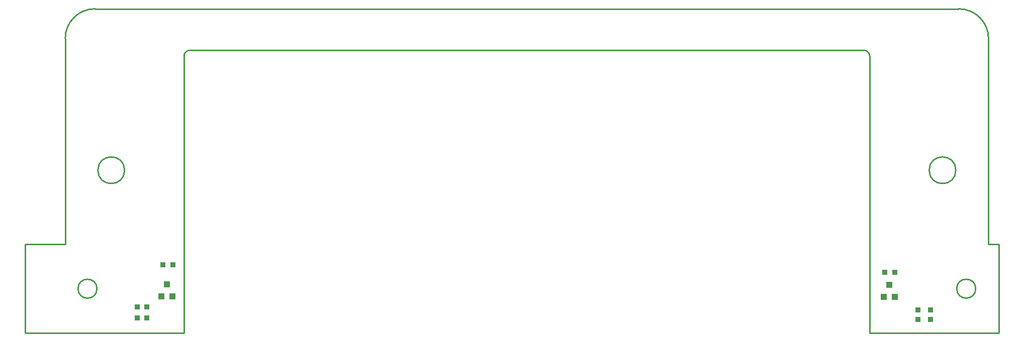
<source format=gbp>
G04*
G04 #@! TF.GenerationSoftware,Altium Limited,Altium Designer,18.1.8 (232)*
G04*
G04 Layer_Color=128*
%FSLAX25Y25*%
%MOIN*%
G70*
G01*
G75*
%ADD10C,0.01000*%
%ADD21R,0.04200X0.04200*%
%ADD22R,0.03800X0.03800*%
%ADD23R,0.03800X0.03800*%
D10*
X617126Y108268D02*
G03*
X617126Y108268I-8858J0D01*
G01*
X560040Y184055D02*
G03*
X556103Y187992I-3937J0D01*
G01*
X109252D02*
G03*
X105315Y184055I0J-3937D01*
G01*
X46260Y215551D02*
G03*
X26575Y195866I0J-19685D01*
G01*
X638780D02*
G03*
X619095Y215551I-19685J0D01*
G01*
X630315Y29528D02*
G03*
X630315Y29528I-6299J0D01*
G01*
X65945Y108268D02*
G03*
X65945Y108268I-8858J0D01*
G01*
X47638Y29528D02*
G03*
X47638Y29528I-6299J0D01*
G01*
X560040Y0D02*
X645670D01*
X560040D02*
Y184055D01*
X109252Y187992D02*
X556103D01*
X105315Y0D02*
Y184055D01*
X0Y0D02*
X105315D01*
X0D02*
Y58875D01*
Y55174D02*
Y59055D01*
X26575D01*
Y195866D01*
X46260Y215551D02*
X619095D01*
X638780Y59055D02*
Y195866D01*
Y59055D02*
X645670D01*
Y0D02*
Y59055D01*
D21*
X97795Y24284D02*
D03*
X90395D02*
D03*
X94095Y32283D02*
D03*
X576663Y24229D02*
D03*
X569263D02*
D03*
X572963Y32230D02*
D03*
D22*
X74309Y17323D02*
D03*
X80809D02*
D03*
Y10236D02*
D03*
X74309D02*
D03*
X91367Y45489D02*
D03*
X97867D02*
D03*
X576607Y40371D02*
D03*
X570107D02*
D03*
D23*
X591912Y9083D02*
D03*
Y15583D02*
D03*
X600180Y9083D02*
D03*
Y15583D02*
D03*
M02*

</source>
